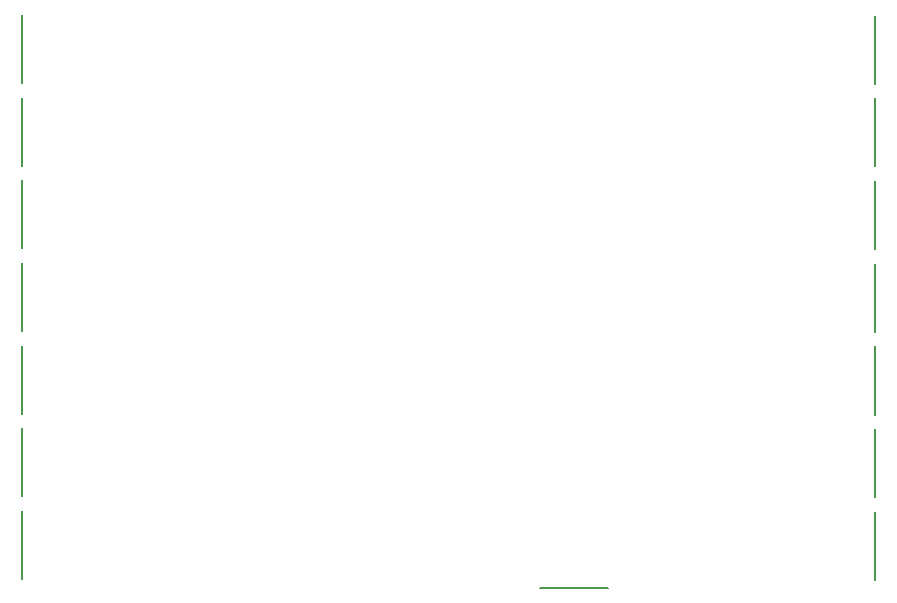
<source format=gbr>
G04 #@! TF.FileFunction,Paste,Bot*
%FSLAX46Y46*%
G04 Gerber Fmt 4.6, Leading zero omitted, Abs format (unit mm)*
G04 Created by KiCad (PCBNEW 4.0.7) date Tuesday, June 05, 2018 'PMt' 05:00:48 PM*
%MOMM*%
%LPD*%
G01*
G04 APERTURE LIST*
%ADD10C,0.100000*%
%ADD11C,0.150000*%
G04 APERTURE END LIST*
D10*
D11*
X18034000Y-125080000D02*
X18034000Y-130850000D01*
X18034000Y-118080000D02*
X18034000Y-123850000D01*
X18034000Y-111080000D02*
X18034000Y-116850000D01*
X18034000Y-104080000D02*
X18034000Y-109850000D01*
X18034000Y-97080000D02*
X18034000Y-102850000D01*
X18034000Y-90080000D02*
X18034000Y-95850000D01*
X18034000Y-83080000D02*
X18034000Y-88850000D01*
X90236000Y-88920000D02*
X90236000Y-83150000D01*
X90236000Y-95920000D02*
X90236000Y-90150000D01*
X90236000Y-102920000D02*
X90236000Y-97150000D01*
X90236000Y-109920000D02*
X90236000Y-104150000D01*
X90236000Y-116920000D02*
X90236000Y-111150000D01*
X90236000Y-123920000D02*
X90236000Y-118150000D01*
X90236000Y-130920000D02*
X90236000Y-125150000D01*
X61850000Y-131586000D02*
X67620000Y-131586000D01*
M02*

</source>
